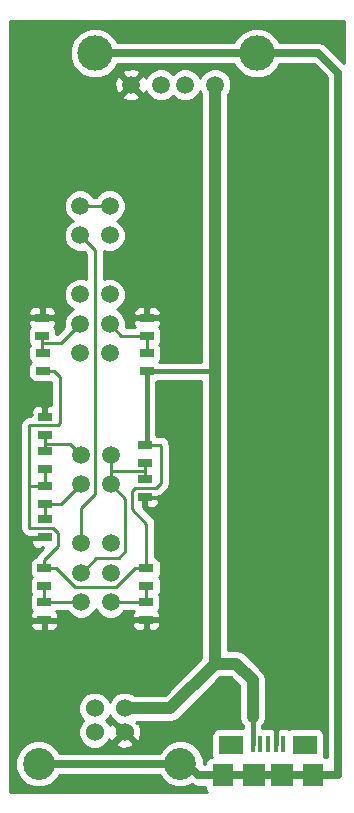
<source format=gtl>
%FSLAX34Y34*%
G04 Gerber Fmt 3.4, Leading zero omitted, Abs format*
G04 (created by PCBNEW (2013-11-28 BZR 4510)-product) date Sat 18 Jan 2014 11:30:59 AM EST*
%MOIN*%
G01*
G70*
G90*
G04 APERTURE LIST*
%ADD10C,0.005906*%
%ADD11R,0.074700X0.074700*%
%ADD12R,0.074800X0.074700*%
%ADD13R,0.070700X0.074700*%
%ADD14R,0.082500X0.062900*%
%ADD15R,0.015700X0.053000*%
%ADD16C,0.060000*%
%ADD17C,0.106300*%
%ADD18C,0.059100*%
%ADD19C,0.118100*%
%ADD20C,0.059055*%
%ADD21R,0.045000X0.025000*%
%ADD22C,0.010000*%
%ADD23C,0.015000*%
%ADD24C,0.025000*%
%ADD25C,0.040000*%
G04 APERTURE END LIST*
G54D10*
G54D11*
X61648Y-50270D03*
G54D12*
X62592Y-50270D03*
G54D13*
X63616Y-50270D03*
G54D14*
X60900Y-49266D03*
G54D15*
X61609Y-49216D03*
X61865Y-49216D03*
X62120Y-49216D03*
X62375Y-49216D03*
X62631Y-49216D03*
G54D14*
X63340Y-49266D03*
G54D13*
X60624Y-50270D03*
G54D16*
X57340Y-48040D03*
X56340Y-48040D03*
X56340Y-48827D03*
X57340Y-48827D03*
G54D17*
X59202Y-49890D03*
X54478Y-49890D03*
G54D18*
X57550Y-27250D03*
X58550Y-27250D03*
X59350Y-27250D03*
X60350Y-27250D03*
G54D19*
X56350Y-26200D03*
X61750Y-26200D03*
G54D20*
X56875Y-42530D03*
X55894Y-42530D03*
X56875Y-43514D03*
X55894Y-43514D03*
X56875Y-44498D03*
X55894Y-44498D03*
X56875Y-40561D03*
X55894Y-40561D03*
X56875Y-39577D03*
X55894Y-39577D03*
G54D21*
X58030Y-39250D03*
X58030Y-39850D03*
X58020Y-40390D03*
X58020Y-40990D03*
X54680Y-40620D03*
X54680Y-41220D03*
X54680Y-41740D03*
X54680Y-42340D03*
X54680Y-40070D03*
X54680Y-39470D03*
X54680Y-38910D03*
X54680Y-38310D03*
X58070Y-43370D03*
X58070Y-43970D03*
X58060Y-44490D03*
X58060Y-45090D03*
X54660Y-43350D03*
X54660Y-43950D03*
X54660Y-44500D03*
X54660Y-45100D03*
X58075Y-36805D03*
X58075Y-36205D03*
X58085Y-35615D03*
X58085Y-35015D03*
X54610Y-36800D03*
X54610Y-36200D03*
X54590Y-35610D03*
X54590Y-35010D03*
G54D20*
X56840Y-34240D03*
X55859Y-34240D03*
X56840Y-35224D03*
X55859Y-35224D03*
X56840Y-36208D03*
X55859Y-36208D03*
X56840Y-32271D03*
X55859Y-32271D03*
X56840Y-31287D03*
X55859Y-31287D03*
G54D22*
X54680Y-41220D02*
X55236Y-41220D01*
X55236Y-41220D02*
X55894Y-40561D01*
X54680Y-41220D02*
X54680Y-41740D01*
X55894Y-43514D02*
X55915Y-43514D01*
X57370Y-41056D02*
X56875Y-40561D01*
X57370Y-42800D02*
X57370Y-41056D01*
X57140Y-43030D02*
X57370Y-42800D01*
X56400Y-43030D02*
X57140Y-43030D01*
X55915Y-43514D02*
X56400Y-43030D01*
X58030Y-40120D02*
X56875Y-40120D01*
X56875Y-39577D02*
X56875Y-40120D01*
X56875Y-40120D02*
X56875Y-40561D01*
X58030Y-39850D02*
X58030Y-40120D01*
X58030Y-40120D02*
X58030Y-40380D01*
X58030Y-40380D02*
X58020Y-40390D01*
X55894Y-44498D02*
X54661Y-44498D01*
X54661Y-44498D02*
X54660Y-44500D01*
X54660Y-44500D02*
X54660Y-43950D01*
X54680Y-39210D02*
X55527Y-39210D01*
X55527Y-39210D02*
X55894Y-39577D01*
X54680Y-38910D02*
X54680Y-39210D01*
X54680Y-39210D02*
X54680Y-39470D01*
X58060Y-44490D02*
X56883Y-44490D01*
X56883Y-44490D02*
X56875Y-44498D01*
X58070Y-43970D02*
X58070Y-44480D01*
X58070Y-44480D02*
X58060Y-44490D01*
X55894Y-42530D02*
X55894Y-41365D01*
X56360Y-32771D02*
X55859Y-32271D01*
X56360Y-40900D02*
X56360Y-32771D01*
X55894Y-41365D02*
X56360Y-40900D01*
X55859Y-31287D02*
X56840Y-31287D01*
G54D23*
X62375Y-49216D02*
X62375Y-48505D01*
X62375Y-48505D02*
X62370Y-48500D01*
G54D24*
X63616Y-50270D02*
X64460Y-50270D01*
X63800Y-26200D02*
X56350Y-26200D01*
X64450Y-26850D02*
X63800Y-26200D01*
X64450Y-50260D02*
X64450Y-26850D01*
X64460Y-50270D02*
X64450Y-50260D01*
X60624Y-50270D02*
X61648Y-50270D01*
X61648Y-50270D02*
X62592Y-50270D01*
X62592Y-50270D02*
X63616Y-50270D01*
X59202Y-49890D02*
X59420Y-49890D01*
X59800Y-50270D02*
X60624Y-50270D01*
X59420Y-49890D02*
X59800Y-50270D01*
X54478Y-49890D02*
X59202Y-49890D01*
G54D22*
X54590Y-35870D02*
X55214Y-35870D01*
X55214Y-35870D02*
X55859Y-35224D01*
X54590Y-35610D02*
X54590Y-35870D01*
X54590Y-35870D02*
X54590Y-35920D01*
X54590Y-35920D02*
X54590Y-36180D01*
X54590Y-36180D02*
X54610Y-36200D01*
X58085Y-35615D02*
X57230Y-35615D01*
X57230Y-35615D02*
X56840Y-35224D01*
X58085Y-35615D02*
X58085Y-35930D01*
X58085Y-35930D02*
X58085Y-36195D01*
X58085Y-36195D02*
X58075Y-36205D01*
G54D23*
X58075Y-36805D02*
X60350Y-36805D01*
X60240Y-36800D02*
X60350Y-36800D01*
X60345Y-36800D02*
X60240Y-36800D01*
X60350Y-36805D02*
X60345Y-36800D01*
X61609Y-49216D02*
X61609Y-48331D01*
G54D25*
X61060Y-46550D02*
X61610Y-47100D01*
X61610Y-47100D02*
X61610Y-48330D01*
X61060Y-46550D02*
X60350Y-46550D01*
G54D23*
X61609Y-48331D02*
X61610Y-48330D01*
G54D25*
X57340Y-48040D02*
X58860Y-48040D01*
X60350Y-46550D02*
X60350Y-36800D01*
X60350Y-36800D02*
X60350Y-27250D01*
X58860Y-48040D02*
X60350Y-46550D01*
G54D22*
X54660Y-43350D02*
X54660Y-43080D01*
X54960Y-42030D02*
X54170Y-42030D01*
X55130Y-42200D02*
X54960Y-42030D01*
X55130Y-42610D02*
X55130Y-42200D01*
X54660Y-43080D02*
X55130Y-42610D01*
X54170Y-38600D02*
X55120Y-38600D01*
X54980Y-36800D02*
X54610Y-36800D01*
X55180Y-37000D02*
X54980Y-36800D01*
X55180Y-38540D02*
X55180Y-37000D01*
X55120Y-38600D02*
X55180Y-38540D01*
X58070Y-43370D02*
X58070Y-41880D01*
X58530Y-39250D02*
X58030Y-39250D01*
X58560Y-39280D02*
X58530Y-39250D01*
X58560Y-40530D02*
X58560Y-39280D01*
X58400Y-40690D02*
X58560Y-40530D01*
X57700Y-40690D02*
X58400Y-40690D01*
X57590Y-40800D02*
X57700Y-40690D01*
X57590Y-41400D02*
X57590Y-40800D01*
X58070Y-41880D02*
X57590Y-41400D01*
G54D23*
X58075Y-36805D02*
X58075Y-39205D01*
G54D22*
X58075Y-39205D02*
X58030Y-39250D01*
X54680Y-40620D02*
X54170Y-40620D01*
X54170Y-40620D02*
X54180Y-40620D01*
X54180Y-40620D02*
X54170Y-40620D01*
X54170Y-40730D02*
X54170Y-40620D01*
X54170Y-42030D02*
X54170Y-40730D01*
X54170Y-40620D02*
X54170Y-38600D01*
X54680Y-40070D02*
X54680Y-40620D01*
X58070Y-43370D02*
X57680Y-43370D01*
X55040Y-43350D02*
X54660Y-43350D01*
X55680Y-43990D02*
X55040Y-43350D01*
X57060Y-43990D02*
X55680Y-43990D01*
X57680Y-43370D02*
X57060Y-43990D01*
G54D10*
G36*
X64660Y-26529D02*
X64065Y-25934D01*
X63943Y-25853D01*
X63800Y-25825D01*
X62504Y-25825D01*
X62462Y-25724D01*
X62226Y-25487D01*
X61917Y-25359D01*
X61583Y-25359D01*
X61274Y-25487D01*
X61037Y-25723D01*
X60995Y-25825D01*
X57104Y-25825D01*
X57062Y-25724D01*
X56826Y-25487D01*
X56517Y-25359D01*
X56183Y-25359D01*
X55874Y-25487D01*
X55637Y-25723D01*
X55509Y-26032D01*
X55509Y-26366D01*
X55637Y-26675D01*
X55873Y-26912D01*
X56182Y-27040D01*
X56516Y-27040D01*
X56825Y-26912D01*
X57062Y-26676D01*
X57104Y-26575D01*
X60995Y-26575D01*
X61037Y-26675D01*
X61273Y-26912D01*
X61582Y-27040D01*
X61916Y-27040D01*
X62225Y-26912D01*
X62462Y-26676D01*
X62504Y-26575D01*
X63644Y-26575D01*
X64075Y-27005D01*
X64075Y-49669D01*
X64019Y-49646D01*
X63995Y-49646D01*
X64002Y-49630D01*
X64002Y-49530D01*
X64002Y-48901D01*
X63964Y-48809D01*
X63894Y-48739D01*
X63802Y-48701D01*
X63702Y-48701D01*
X62877Y-48701D01*
X62819Y-48725D01*
X62759Y-48701D01*
X62659Y-48701D01*
X62503Y-48701D01*
X62502Y-48701D01*
X62476Y-48701D01*
X62458Y-48719D01*
X62410Y-48739D01*
X62375Y-48774D01*
X62340Y-48739D01*
X62290Y-48718D01*
X62273Y-48701D01*
X62248Y-48701D01*
X62246Y-48701D01*
X62148Y-48701D01*
X61993Y-48701D01*
X61991Y-48701D01*
X61934Y-48701D01*
X61934Y-48639D01*
X62025Y-48502D01*
X62060Y-48330D01*
X62060Y-47100D01*
X62025Y-46927D01*
X61928Y-46781D01*
X61378Y-46231D01*
X61232Y-46134D01*
X61060Y-46100D01*
X60800Y-46100D01*
X60800Y-36800D01*
X60800Y-27571D01*
X60812Y-27559D01*
X60895Y-27358D01*
X60895Y-27141D01*
X60812Y-26941D01*
X60659Y-26787D01*
X60458Y-26704D01*
X60241Y-26704D01*
X60041Y-26787D01*
X59887Y-26940D01*
X59850Y-27031D01*
X59812Y-26941D01*
X59659Y-26787D01*
X59458Y-26704D01*
X59241Y-26704D01*
X59041Y-26787D01*
X58949Y-26878D01*
X58859Y-26787D01*
X58658Y-26704D01*
X58441Y-26704D01*
X58241Y-26787D01*
X58087Y-26940D01*
X58052Y-27025D01*
X58027Y-26964D01*
X57932Y-26938D01*
X57861Y-27008D01*
X57861Y-26867D01*
X57835Y-26772D01*
X57630Y-26699D01*
X57413Y-26710D01*
X57264Y-26772D01*
X57238Y-26867D01*
X57550Y-27179D01*
X57861Y-26867D01*
X57861Y-27008D01*
X57620Y-27250D01*
X57932Y-27561D01*
X58027Y-27535D01*
X58050Y-27470D01*
X58087Y-27558D01*
X58240Y-27712D01*
X58441Y-27795D01*
X58658Y-27795D01*
X58858Y-27712D01*
X58950Y-27621D01*
X59040Y-27712D01*
X59241Y-27795D01*
X59458Y-27795D01*
X59658Y-27712D01*
X59812Y-27559D01*
X59849Y-27468D01*
X59887Y-27558D01*
X59900Y-27571D01*
X59900Y-36480D01*
X58503Y-36480D01*
X58511Y-36471D01*
X58550Y-36379D01*
X58550Y-36280D01*
X58550Y-36030D01*
X58511Y-35938D01*
X58488Y-35915D01*
X58521Y-35881D01*
X58560Y-35789D01*
X58560Y-35690D01*
X58560Y-35440D01*
X58521Y-35348D01*
X58488Y-35315D01*
X58521Y-35281D01*
X58560Y-35189D01*
X58560Y-35127D01*
X58560Y-34902D01*
X58560Y-34840D01*
X58521Y-34748D01*
X58451Y-34678D01*
X58359Y-34640D01*
X58260Y-34640D01*
X58197Y-34640D01*
X58135Y-34702D01*
X58135Y-34965D01*
X58497Y-34965D01*
X58560Y-34902D01*
X58560Y-35127D01*
X58497Y-35065D01*
X58135Y-35065D01*
X58135Y-35072D01*
X58035Y-35072D01*
X58035Y-35065D01*
X58035Y-34965D01*
X58035Y-34702D01*
X57972Y-34640D01*
X57909Y-34640D01*
X57861Y-34640D01*
X57861Y-27632D01*
X57550Y-27320D01*
X57479Y-27391D01*
X57479Y-27250D01*
X57167Y-26938D01*
X57072Y-26964D01*
X56999Y-27169D01*
X57010Y-27386D01*
X57072Y-27535D01*
X57167Y-27561D01*
X57479Y-27250D01*
X57479Y-27391D01*
X57238Y-27632D01*
X57264Y-27727D01*
X57469Y-27800D01*
X57686Y-27789D01*
X57835Y-27727D01*
X57861Y-27632D01*
X57861Y-34640D01*
X57810Y-34640D01*
X57718Y-34678D01*
X57648Y-34748D01*
X57610Y-34840D01*
X57610Y-34902D01*
X57672Y-34965D01*
X58035Y-34965D01*
X58035Y-35065D01*
X57672Y-35065D01*
X57610Y-35127D01*
X57610Y-35189D01*
X57648Y-35281D01*
X57681Y-35314D01*
X57681Y-35315D01*
X57385Y-35315D01*
X57385Y-35116D01*
X57302Y-34915D01*
X57149Y-34762D01*
X57076Y-34732D01*
X57148Y-34702D01*
X57302Y-34549D01*
X57385Y-34348D01*
X57385Y-34132D01*
X57302Y-33931D01*
X57149Y-33778D01*
X56949Y-33694D01*
X56732Y-33694D01*
X56660Y-33724D01*
X56660Y-32787D01*
X56731Y-32816D01*
X56948Y-32816D01*
X57148Y-32734D01*
X57302Y-32580D01*
X57385Y-32380D01*
X57385Y-32163D01*
X57302Y-31963D01*
X57149Y-31809D01*
X57076Y-31779D01*
X57148Y-31749D01*
X57302Y-31596D01*
X57385Y-31396D01*
X57385Y-31179D01*
X57302Y-30978D01*
X57149Y-30825D01*
X56949Y-30742D01*
X56732Y-30741D01*
X56531Y-30824D01*
X56378Y-30977D01*
X56374Y-30987D01*
X56325Y-30987D01*
X56322Y-30978D01*
X56169Y-30825D01*
X55968Y-30742D01*
X55751Y-30741D01*
X55551Y-30824D01*
X55397Y-30977D01*
X55314Y-31178D01*
X55314Y-31395D01*
X55397Y-31595D01*
X55550Y-31749D01*
X55623Y-31779D01*
X55551Y-31808D01*
X55397Y-31962D01*
X55314Y-32162D01*
X55314Y-32379D01*
X55397Y-32579D01*
X55550Y-32733D01*
X55750Y-32816D01*
X55967Y-32816D01*
X55977Y-32813D01*
X56060Y-32895D01*
X56060Y-33732D01*
X55968Y-33694D01*
X55751Y-33694D01*
X55551Y-33777D01*
X55397Y-33930D01*
X55314Y-34131D01*
X55314Y-34347D01*
X55397Y-34548D01*
X55550Y-34701D01*
X55623Y-34732D01*
X55551Y-34761D01*
X55397Y-34914D01*
X55314Y-35115D01*
X55314Y-35332D01*
X55318Y-35341D01*
X55089Y-35570D01*
X55065Y-35570D01*
X55065Y-35435D01*
X55026Y-35343D01*
X54993Y-35310D01*
X55026Y-35276D01*
X55065Y-35184D01*
X55065Y-35122D01*
X55065Y-34897D01*
X55065Y-34835D01*
X55026Y-34743D01*
X54956Y-34673D01*
X54864Y-34635D01*
X54765Y-34635D01*
X54702Y-34635D01*
X54640Y-34697D01*
X54640Y-34960D01*
X55002Y-34960D01*
X55065Y-34897D01*
X55065Y-35122D01*
X55002Y-35060D01*
X54640Y-35060D01*
X54640Y-35067D01*
X54540Y-35067D01*
X54540Y-35060D01*
X54540Y-34960D01*
X54540Y-34697D01*
X54477Y-34635D01*
X54414Y-34635D01*
X54315Y-34635D01*
X54223Y-34673D01*
X54153Y-34743D01*
X54115Y-34835D01*
X54115Y-34897D01*
X54177Y-34960D01*
X54540Y-34960D01*
X54540Y-35060D01*
X54177Y-35060D01*
X54115Y-35122D01*
X54115Y-35184D01*
X54153Y-35276D01*
X54186Y-35309D01*
X54153Y-35343D01*
X54115Y-35435D01*
X54115Y-35534D01*
X54115Y-35784D01*
X54153Y-35876D01*
X54191Y-35914D01*
X54173Y-35933D01*
X54135Y-36025D01*
X54135Y-36124D01*
X54135Y-36374D01*
X54173Y-36466D01*
X54206Y-36499D01*
X54173Y-36533D01*
X54135Y-36625D01*
X54135Y-36724D01*
X54135Y-36974D01*
X54173Y-37066D01*
X54243Y-37136D01*
X54335Y-37175D01*
X54434Y-37175D01*
X54880Y-37175D01*
X54880Y-37935D01*
X54855Y-37935D01*
X54792Y-37935D01*
X54730Y-37997D01*
X54730Y-38260D01*
X54737Y-38260D01*
X54737Y-38300D01*
X54630Y-38300D01*
X54622Y-38300D01*
X54622Y-38260D01*
X54630Y-38260D01*
X54630Y-37997D01*
X54567Y-37935D01*
X54504Y-37935D01*
X54405Y-37935D01*
X54313Y-37973D01*
X54243Y-38043D01*
X54205Y-38135D01*
X54205Y-38197D01*
X54267Y-38259D01*
X54205Y-38259D01*
X54205Y-38300D01*
X54170Y-38300D01*
X54055Y-38322D01*
X53957Y-38387D01*
X53892Y-38485D01*
X53870Y-38600D01*
X53870Y-40620D01*
X53870Y-40730D01*
X53870Y-42030D01*
X53892Y-42144D01*
X53957Y-42242D01*
X54055Y-42307D01*
X54170Y-42330D01*
X54737Y-42330D01*
X54737Y-42390D01*
X54730Y-42390D01*
X54730Y-42397D01*
X54630Y-42397D01*
X54630Y-42390D01*
X54267Y-42390D01*
X54205Y-42452D01*
X54205Y-42514D01*
X54243Y-42606D01*
X54313Y-42676D01*
X54405Y-42715D01*
X54504Y-42715D01*
X54567Y-42715D01*
X54629Y-42652D01*
X54629Y-42685D01*
X54447Y-42867D01*
X54382Y-42965D01*
X54380Y-42976D01*
X54293Y-43013D01*
X54223Y-43083D01*
X54185Y-43175D01*
X54185Y-43274D01*
X54185Y-43524D01*
X54223Y-43616D01*
X54256Y-43649D01*
X54223Y-43683D01*
X54185Y-43775D01*
X54185Y-43874D01*
X54185Y-44124D01*
X54223Y-44216D01*
X54231Y-44224D01*
X54223Y-44233D01*
X54185Y-44325D01*
X54185Y-44424D01*
X54185Y-44674D01*
X54223Y-44766D01*
X54256Y-44800D01*
X54223Y-44833D01*
X54185Y-44925D01*
X54185Y-44987D01*
X54247Y-45050D01*
X54610Y-45050D01*
X54610Y-45042D01*
X54710Y-45042D01*
X54710Y-45050D01*
X55072Y-45050D01*
X55135Y-44987D01*
X55135Y-44925D01*
X55096Y-44833D01*
X55063Y-44800D01*
X55065Y-44798D01*
X55428Y-44798D01*
X55432Y-44806D01*
X55585Y-44960D01*
X55785Y-45043D01*
X56002Y-45043D01*
X56203Y-44961D01*
X56356Y-44807D01*
X56384Y-44740D01*
X56412Y-44806D01*
X56565Y-44960D01*
X56766Y-45043D01*
X56983Y-45043D01*
X57183Y-44961D01*
X57337Y-44807D01*
X57344Y-44790D01*
X57656Y-44790D01*
X57623Y-44823D01*
X57585Y-44915D01*
X57585Y-44977D01*
X57647Y-45040D01*
X58010Y-45040D01*
X58010Y-45032D01*
X58110Y-45032D01*
X58110Y-45040D01*
X58472Y-45040D01*
X58535Y-44977D01*
X58535Y-44915D01*
X58496Y-44823D01*
X58463Y-44790D01*
X58496Y-44756D01*
X58535Y-44664D01*
X58535Y-44565D01*
X58535Y-44315D01*
X58503Y-44239D01*
X58506Y-44236D01*
X58545Y-44144D01*
X58545Y-44045D01*
X58545Y-43795D01*
X58506Y-43703D01*
X58473Y-43670D01*
X58506Y-43636D01*
X58545Y-43544D01*
X58545Y-43445D01*
X58545Y-43195D01*
X58506Y-43103D01*
X58495Y-43091D01*
X58495Y-41164D01*
X58495Y-41102D01*
X58432Y-41040D01*
X58070Y-41040D01*
X58070Y-41302D01*
X58132Y-41365D01*
X58195Y-41365D01*
X58294Y-41365D01*
X58386Y-41326D01*
X58456Y-41256D01*
X58495Y-41164D01*
X58495Y-43091D01*
X58436Y-43033D01*
X58370Y-43005D01*
X58370Y-41880D01*
X58347Y-41765D01*
X58282Y-41667D01*
X57943Y-41329D01*
X57970Y-41302D01*
X57970Y-41040D01*
X57962Y-41040D01*
X57962Y-40990D01*
X58400Y-40990D01*
X58400Y-40989D01*
X58514Y-40967D01*
X58514Y-40967D01*
X58612Y-40902D01*
X58772Y-40742D01*
X58772Y-40742D01*
X58837Y-40644D01*
X58859Y-40530D01*
X58860Y-40530D01*
X58860Y-39280D01*
X58837Y-39165D01*
X58772Y-39067D01*
X58742Y-39037D01*
X58644Y-38972D01*
X58530Y-38950D01*
X58433Y-38950D01*
X58400Y-38916D01*
X58400Y-37159D01*
X58441Y-37141D01*
X58453Y-37130D01*
X59900Y-37130D01*
X59900Y-46363D01*
X58673Y-47590D01*
X58535Y-47590D01*
X58535Y-45264D01*
X58535Y-45202D01*
X58472Y-45140D01*
X58110Y-45140D01*
X58110Y-45402D01*
X58172Y-45465D01*
X58235Y-45465D01*
X58334Y-45465D01*
X58426Y-45426D01*
X58496Y-45356D01*
X58535Y-45264D01*
X58535Y-47590D01*
X58010Y-47590D01*
X58010Y-45402D01*
X58010Y-45140D01*
X57647Y-45140D01*
X57585Y-45202D01*
X57585Y-45264D01*
X57623Y-45356D01*
X57693Y-45426D01*
X57785Y-45465D01*
X57884Y-45465D01*
X57947Y-45465D01*
X58010Y-45402D01*
X58010Y-47590D01*
X57667Y-47590D01*
X57651Y-47574D01*
X57449Y-47490D01*
X57231Y-47489D01*
X57028Y-47573D01*
X56874Y-47728D01*
X56840Y-47809D01*
X56806Y-47728D01*
X56651Y-47574D01*
X56449Y-47490D01*
X56231Y-47489D01*
X56028Y-47573D01*
X55874Y-47728D01*
X55790Y-47930D01*
X55789Y-48148D01*
X55873Y-48351D01*
X55955Y-48433D01*
X55874Y-48515D01*
X55790Y-48717D01*
X55789Y-48935D01*
X55873Y-49138D01*
X56028Y-49292D01*
X56230Y-49376D01*
X56448Y-49377D01*
X56651Y-49293D01*
X56805Y-49138D01*
X56837Y-49063D01*
X56858Y-49114D01*
X56954Y-49142D01*
X57269Y-48827D01*
X56954Y-48511D01*
X56858Y-48539D01*
X56839Y-48594D01*
X56806Y-48515D01*
X56724Y-48433D01*
X56805Y-48351D01*
X56839Y-48270D01*
X56873Y-48351D01*
X57028Y-48505D01*
X57133Y-48549D01*
X57340Y-48756D01*
X57345Y-48750D01*
X57416Y-48821D01*
X57410Y-48827D01*
X57725Y-49142D01*
X57821Y-49114D01*
X57894Y-48908D01*
X57883Y-48690D01*
X57821Y-48539D01*
X57725Y-48511D01*
X57747Y-48490D01*
X58860Y-48490D01*
X59032Y-48455D01*
X59178Y-48358D01*
X60536Y-47000D01*
X60873Y-47000D01*
X61160Y-47286D01*
X61160Y-48330D01*
X61194Y-48502D01*
X61284Y-48636D01*
X61284Y-48701D01*
X61262Y-48701D01*
X60437Y-48701D01*
X60345Y-48739D01*
X60275Y-48809D01*
X60237Y-48901D01*
X60237Y-49001D01*
X60237Y-49630D01*
X60244Y-49646D01*
X60220Y-49646D01*
X60128Y-49684D01*
X60058Y-49754D01*
X60020Y-49846D01*
X60020Y-49895D01*
X59983Y-49895D01*
X59983Y-49735D01*
X59864Y-49447D01*
X59645Y-49227D01*
X59358Y-49108D01*
X59047Y-49108D01*
X58759Y-49227D01*
X58539Y-49446D01*
X58511Y-49515D01*
X57894Y-49515D01*
X57655Y-49515D01*
X57655Y-49212D01*
X57340Y-48897D01*
X57024Y-49212D01*
X57052Y-49308D01*
X57258Y-49381D01*
X57476Y-49370D01*
X57627Y-49308D01*
X57655Y-49212D01*
X57655Y-49515D01*
X55168Y-49515D01*
X55140Y-49447D01*
X55135Y-49441D01*
X55135Y-45274D01*
X55135Y-45212D01*
X55072Y-45150D01*
X54710Y-45150D01*
X54710Y-45412D01*
X54772Y-45475D01*
X54835Y-45475D01*
X54934Y-45475D01*
X55026Y-45436D01*
X55096Y-45366D01*
X55135Y-45274D01*
X55135Y-49441D01*
X54921Y-49227D01*
X54634Y-49108D01*
X54610Y-49108D01*
X54610Y-45412D01*
X54610Y-45150D01*
X54247Y-45150D01*
X54185Y-45212D01*
X54185Y-45274D01*
X54223Y-45366D01*
X54293Y-45436D01*
X54385Y-45475D01*
X54484Y-45475D01*
X54547Y-45475D01*
X54610Y-45412D01*
X54610Y-49108D01*
X54323Y-49108D01*
X54035Y-49227D01*
X53815Y-49446D01*
X53696Y-49733D01*
X53696Y-50044D01*
X53815Y-50332D01*
X54034Y-50552D01*
X54321Y-50671D01*
X54632Y-50671D01*
X54920Y-50552D01*
X55140Y-50333D01*
X55168Y-50265D01*
X58511Y-50265D01*
X58539Y-50332D01*
X58758Y-50552D01*
X59045Y-50671D01*
X59356Y-50671D01*
X59592Y-50574D01*
X59656Y-50616D01*
X59800Y-50645D01*
X60020Y-50645D01*
X60020Y-50693D01*
X60058Y-50785D01*
X60103Y-50830D01*
X53519Y-50830D01*
X53519Y-25119D01*
X63350Y-25119D01*
X64660Y-25119D01*
X64660Y-26529D01*
X64660Y-26529D01*
G37*
G54D22*
X64660Y-26529D02*
X64065Y-25934D01*
X63943Y-25853D01*
X63800Y-25825D01*
X62504Y-25825D01*
X62462Y-25724D01*
X62226Y-25487D01*
X61917Y-25359D01*
X61583Y-25359D01*
X61274Y-25487D01*
X61037Y-25723D01*
X60995Y-25825D01*
X57104Y-25825D01*
X57062Y-25724D01*
X56826Y-25487D01*
X56517Y-25359D01*
X56183Y-25359D01*
X55874Y-25487D01*
X55637Y-25723D01*
X55509Y-26032D01*
X55509Y-26366D01*
X55637Y-26675D01*
X55873Y-26912D01*
X56182Y-27040D01*
X56516Y-27040D01*
X56825Y-26912D01*
X57062Y-26676D01*
X57104Y-26575D01*
X60995Y-26575D01*
X61037Y-26675D01*
X61273Y-26912D01*
X61582Y-27040D01*
X61916Y-27040D01*
X62225Y-26912D01*
X62462Y-26676D01*
X62504Y-26575D01*
X63644Y-26575D01*
X64075Y-27005D01*
X64075Y-49669D01*
X64019Y-49646D01*
X63995Y-49646D01*
X64002Y-49630D01*
X64002Y-49530D01*
X64002Y-48901D01*
X63964Y-48809D01*
X63894Y-48739D01*
X63802Y-48701D01*
X63702Y-48701D01*
X62877Y-48701D01*
X62819Y-48725D01*
X62759Y-48701D01*
X62659Y-48701D01*
X62503Y-48701D01*
X62502Y-48701D01*
X62476Y-48701D01*
X62458Y-48719D01*
X62410Y-48739D01*
X62375Y-48774D01*
X62340Y-48739D01*
X62290Y-48718D01*
X62273Y-48701D01*
X62248Y-48701D01*
X62246Y-48701D01*
X62148Y-48701D01*
X61993Y-48701D01*
X61991Y-48701D01*
X61934Y-48701D01*
X61934Y-48639D01*
X62025Y-48502D01*
X62060Y-48330D01*
X62060Y-47100D01*
X62025Y-46927D01*
X61928Y-46781D01*
X61378Y-46231D01*
X61232Y-46134D01*
X61060Y-46100D01*
X60800Y-46100D01*
X60800Y-36800D01*
X60800Y-27571D01*
X60812Y-27559D01*
X60895Y-27358D01*
X60895Y-27141D01*
X60812Y-26941D01*
X60659Y-26787D01*
X60458Y-26704D01*
X60241Y-26704D01*
X60041Y-26787D01*
X59887Y-26940D01*
X59850Y-27031D01*
X59812Y-26941D01*
X59659Y-26787D01*
X59458Y-26704D01*
X59241Y-26704D01*
X59041Y-26787D01*
X58949Y-26878D01*
X58859Y-26787D01*
X58658Y-26704D01*
X58441Y-26704D01*
X58241Y-26787D01*
X58087Y-26940D01*
X58052Y-27025D01*
X58027Y-26964D01*
X57932Y-26938D01*
X57861Y-27008D01*
X57861Y-26867D01*
X57835Y-26772D01*
X57630Y-26699D01*
X57413Y-26710D01*
X57264Y-26772D01*
X57238Y-26867D01*
X57550Y-27179D01*
X57861Y-26867D01*
X57861Y-27008D01*
X57620Y-27250D01*
X57932Y-27561D01*
X58027Y-27535D01*
X58050Y-27470D01*
X58087Y-27558D01*
X58240Y-27712D01*
X58441Y-27795D01*
X58658Y-27795D01*
X58858Y-27712D01*
X58950Y-27621D01*
X59040Y-27712D01*
X59241Y-27795D01*
X59458Y-27795D01*
X59658Y-27712D01*
X59812Y-27559D01*
X59849Y-27468D01*
X59887Y-27558D01*
X59900Y-27571D01*
X59900Y-36480D01*
X58503Y-36480D01*
X58511Y-36471D01*
X58550Y-36379D01*
X58550Y-36280D01*
X58550Y-36030D01*
X58511Y-35938D01*
X58488Y-35915D01*
X58521Y-35881D01*
X58560Y-35789D01*
X58560Y-35690D01*
X58560Y-35440D01*
X58521Y-35348D01*
X58488Y-35315D01*
X58521Y-35281D01*
X58560Y-35189D01*
X58560Y-35127D01*
X58560Y-34902D01*
X58560Y-34840D01*
X58521Y-34748D01*
X58451Y-34678D01*
X58359Y-34640D01*
X58260Y-34640D01*
X58197Y-34640D01*
X58135Y-34702D01*
X58135Y-34965D01*
X58497Y-34965D01*
X58560Y-34902D01*
X58560Y-35127D01*
X58497Y-35065D01*
X58135Y-35065D01*
X58135Y-35072D01*
X58035Y-35072D01*
X58035Y-35065D01*
X58035Y-34965D01*
X58035Y-34702D01*
X57972Y-34640D01*
X57909Y-34640D01*
X57861Y-34640D01*
X57861Y-27632D01*
X57550Y-27320D01*
X57479Y-27391D01*
X57479Y-27250D01*
X57167Y-26938D01*
X57072Y-26964D01*
X56999Y-27169D01*
X57010Y-27386D01*
X57072Y-27535D01*
X57167Y-27561D01*
X57479Y-27250D01*
X57479Y-27391D01*
X57238Y-27632D01*
X57264Y-27727D01*
X57469Y-27800D01*
X57686Y-27789D01*
X57835Y-27727D01*
X57861Y-27632D01*
X57861Y-34640D01*
X57810Y-34640D01*
X57718Y-34678D01*
X57648Y-34748D01*
X57610Y-34840D01*
X57610Y-34902D01*
X57672Y-34965D01*
X58035Y-34965D01*
X58035Y-35065D01*
X57672Y-35065D01*
X57610Y-35127D01*
X57610Y-35189D01*
X57648Y-35281D01*
X57681Y-35314D01*
X57681Y-35315D01*
X57385Y-35315D01*
X57385Y-35116D01*
X57302Y-34915D01*
X57149Y-34762D01*
X57076Y-34732D01*
X57148Y-34702D01*
X57302Y-34549D01*
X57385Y-34348D01*
X57385Y-34132D01*
X57302Y-33931D01*
X57149Y-33778D01*
X56949Y-33694D01*
X56732Y-33694D01*
X56660Y-33724D01*
X56660Y-32787D01*
X56731Y-32816D01*
X56948Y-32816D01*
X57148Y-32734D01*
X57302Y-32580D01*
X57385Y-32380D01*
X57385Y-32163D01*
X57302Y-31963D01*
X57149Y-31809D01*
X57076Y-31779D01*
X57148Y-31749D01*
X57302Y-31596D01*
X57385Y-31396D01*
X57385Y-31179D01*
X57302Y-30978D01*
X57149Y-30825D01*
X56949Y-30742D01*
X56732Y-30741D01*
X56531Y-30824D01*
X56378Y-30977D01*
X56374Y-30987D01*
X56325Y-30987D01*
X56322Y-30978D01*
X56169Y-30825D01*
X55968Y-30742D01*
X55751Y-30741D01*
X55551Y-30824D01*
X55397Y-30977D01*
X55314Y-31178D01*
X55314Y-31395D01*
X55397Y-31595D01*
X55550Y-31749D01*
X55623Y-31779D01*
X55551Y-31808D01*
X55397Y-31962D01*
X55314Y-32162D01*
X55314Y-32379D01*
X55397Y-32579D01*
X55550Y-32733D01*
X55750Y-32816D01*
X55967Y-32816D01*
X55977Y-32813D01*
X56060Y-32895D01*
X56060Y-33732D01*
X55968Y-33694D01*
X55751Y-33694D01*
X55551Y-33777D01*
X55397Y-33930D01*
X55314Y-34131D01*
X55314Y-34347D01*
X55397Y-34548D01*
X55550Y-34701D01*
X55623Y-34732D01*
X55551Y-34761D01*
X55397Y-34914D01*
X55314Y-35115D01*
X55314Y-35332D01*
X55318Y-35341D01*
X55089Y-35570D01*
X55065Y-35570D01*
X55065Y-35435D01*
X55026Y-35343D01*
X54993Y-35310D01*
X55026Y-35276D01*
X55065Y-35184D01*
X55065Y-35122D01*
X55065Y-34897D01*
X55065Y-34835D01*
X55026Y-34743D01*
X54956Y-34673D01*
X54864Y-34635D01*
X54765Y-34635D01*
X54702Y-34635D01*
X54640Y-34697D01*
X54640Y-34960D01*
X55002Y-34960D01*
X55065Y-34897D01*
X55065Y-35122D01*
X55002Y-35060D01*
X54640Y-35060D01*
X54640Y-35067D01*
X54540Y-35067D01*
X54540Y-35060D01*
X54540Y-34960D01*
X54540Y-34697D01*
X54477Y-34635D01*
X54414Y-34635D01*
X54315Y-34635D01*
X54223Y-34673D01*
X54153Y-34743D01*
X54115Y-34835D01*
X54115Y-34897D01*
X54177Y-34960D01*
X54540Y-34960D01*
X54540Y-35060D01*
X54177Y-35060D01*
X54115Y-35122D01*
X54115Y-35184D01*
X54153Y-35276D01*
X54186Y-35309D01*
X54153Y-35343D01*
X54115Y-35435D01*
X54115Y-35534D01*
X54115Y-35784D01*
X54153Y-35876D01*
X54191Y-35914D01*
X54173Y-35933D01*
X54135Y-36025D01*
X54135Y-36124D01*
X54135Y-36374D01*
X54173Y-36466D01*
X54206Y-36499D01*
X54173Y-36533D01*
X54135Y-36625D01*
X54135Y-36724D01*
X54135Y-36974D01*
X54173Y-37066D01*
X54243Y-37136D01*
X54335Y-37175D01*
X54434Y-37175D01*
X54880Y-37175D01*
X54880Y-37935D01*
X54855Y-37935D01*
X54792Y-37935D01*
X54730Y-37997D01*
X54730Y-38260D01*
X54737Y-38260D01*
X54737Y-38300D01*
X54630Y-38300D01*
X54622Y-38300D01*
X54622Y-38260D01*
X54630Y-38260D01*
X54630Y-37997D01*
X54567Y-37935D01*
X54504Y-37935D01*
X54405Y-37935D01*
X54313Y-37973D01*
X54243Y-38043D01*
X54205Y-38135D01*
X54205Y-38197D01*
X54267Y-38259D01*
X54205Y-38259D01*
X54205Y-38300D01*
X54170Y-38300D01*
X54055Y-38322D01*
X53957Y-38387D01*
X53892Y-38485D01*
X53870Y-38600D01*
X53870Y-40620D01*
X53870Y-40730D01*
X53870Y-42030D01*
X53892Y-42144D01*
X53957Y-42242D01*
X54055Y-42307D01*
X54170Y-42330D01*
X54737Y-42330D01*
X54737Y-42390D01*
X54730Y-42390D01*
X54730Y-42397D01*
X54630Y-42397D01*
X54630Y-42390D01*
X54267Y-42390D01*
X54205Y-42452D01*
X54205Y-42514D01*
X54243Y-42606D01*
X54313Y-42676D01*
X54405Y-42715D01*
X54504Y-42715D01*
X54567Y-42715D01*
X54629Y-42652D01*
X54629Y-42685D01*
X54447Y-42867D01*
X54382Y-42965D01*
X54380Y-42976D01*
X54293Y-43013D01*
X54223Y-43083D01*
X54185Y-43175D01*
X54185Y-43274D01*
X54185Y-43524D01*
X54223Y-43616D01*
X54256Y-43649D01*
X54223Y-43683D01*
X54185Y-43775D01*
X54185Y-43874D01*
X54185Y-44124D01*
X54223Y-44216D01*
X54231Y-44224D01*
X54223Y-44233D01*
X54185Y-44325D01*
X54185Y-44424D01*
X54185Y-44674D01*
X54223Y-44766D01*
X54256Y-44800D01*
X54223Y-44833D01*
X54185Y-44925D01*
X54185Y-44987D01*
X54247Y-45050D01*
X54610Y-45050D01*
X54610Y-45042D01*
X54710Y-45042D01*
X54710Y-45050D01*
X55072Y-45050D01*
X55135Y-44987D01*
X55135Y-44925D01*
X55096Y-44833D01*
X55063Y-44800D01*
X55065Y-44798D01*
X55428Y-44798D01*
X55432Y-44806D01*
X55585Y-44960D01*
X55785Y-45043D01*
X56002Y-45043D01*
X56203Y-44961D01*
X56356Y-44807D01*
X56384Y-44740D01*
X56412Y-44806D01*
X56565Y-44960D01*
X56766Y-45043D01*
X56983Y-45043D01*
X57183Y-44961D01*
X57337Y-44807D01*
X57344Y-44790D01*
X57656Y-44790D01*
X57623Y-44823D01*
X57585Y-44915D01*
X57585Y-44977D01*
X57647Y-45040D01*
X58010Y-45040D01*
X58010Y-45032D01*
X58110Y-45032D01*
X58110Y-45040D01*
X58472Y-45040D01*
X58535Y-44977D01*
X58535Y-44915D01*
X58496Y-44823D01*
X58463Y-44790D01*
X58496Y-44756D01*
X58535Y-44664D01*
X58535Y-44565D01*
X58535Y-44315D01*
X58503Y-44239D01*
X58506Y-44236D01*
X58545Y-44144D01*
X58545Y-44045D01*
X58545Y-43795D01*
X58506Y-43703D01*
X58473Y-43670D01*
X58506Y-43636D01*
X58545Y-43544D01*
X58545Y-43445D01*
X58545Y-43195D01*
X58506Y-43103D01*
X58495Y-43091D01*
X58495Y-41164D01*
X58495Y-41102D01*
X58432Y-41040D01*
X58070Y-41040D01*
X58070Y-41302D01*
X58132Y-41365D01*
X58195Y-41365D01*
X58294Y-41365D01*
X58386Y-41326D01*
X58456Y-41256D01*
X58495Y-41164D01*
X58495Y-43091D01*
X58436Y-43033D01*
X58370Y-43005D01*
X58370Y-41880D01*
X58347Y-41765D01*
X58282Y-41667D01*
X57943Y-41329D01*
X57970Y-41302D01*
X57970Y-41040D01*
X57962Y-41040D01*
X57962Y-40990D01*
X58400Y-40990D01*
X58400Y-40989D01*
X58514Y-40967D01*
X58514Y-40967D01*
X58612Y-40902D01*
X58772Y-40742D01*
X58772Y-40742D01*
X58837Y-40644D01*
X58859Y-40530D01*
X58860Y-40530D01*
X58860Y-39280D01*
X58837Y-39165D01*
X58772Y-39067D01*
X58742Y-39037D01*
X58644Y-38972D01*
X58530Y-38950D01*
X58433Y-38950D01*
X58400Y-38916D01*
X58400Y-37159D01*
X58441Y-37141D01*
X58453Y-37130D01*
X59900Y-37130D01*
X59900Y-46363D01*
X58673Y-47590D01*
X58535Y-47590D01*
X58535Y-45264D01*
X58535Y-45202D01*
X58472Y-45140D01*
X58110Y-45140D01*
X58110Y-45402D01*
X58172Y-45465D01*
X58235Y-45465D01*
X58334Y-45465D01*
X58426Y-45426D01*
X58496Y-45356D01*
X58535Y-45264D01*
X58535Y-47590D01*
X58010Y-47590D01*
X58010Y-45402D01*
X58010Y-45140D01*
X57647Y-45140D01*
X57585Y-45202D01*
X57585Y-45264D01*
X57623Y-45356D01*
X57693Y-45426D01*
X57785Y-45465D01*
X57884Y-45465D01*
X57947Y-45465D01*
X58010Y-45402D01*
X58010Y-47590D01*
X57667Y-47590D01*
X57651Y-47574D01*
X57449Y-47490D01*
X57231Y-47489D01*
X57028Y-47573D01*
X56874Y-47728D01*
X56840Y-47809D01*
X56806Y-47728D01*
X56651Y-47574D01*
X56449Y-47490D01*
X56231Y-47489D01*
X56028Y-47573D01*
X55874Y-47728D01*
X55790Y-47930D01*
X55789Y-48148D01*
X55873Y-48351D01*
X55955Y-48433D01*
X55874Y-48515D01*
X55790Y-48717D01*
X55789Y-48935D01*
X55873Y-49138D01*
X56028Y-49292D01*
X56230Y-49376D01*
X56448Y-49377D01*
X56651Y-49293D01*
X56805Y-49138D01*
X56837Y-49063D01*
X56858Y-49114D01*
X56954Y-49142D01*
X57269Y-48827D01*
X56954Y-48511D01*
X56858Y-48539D01*
X56839Y-48594D01*
X56806Y-48515D01*
X56724Y-48433D01*
X56805Y-48351D01*
X56839Y-48270D01*
X56873Y-48351D01*
X57028Y-48505D01*
X57133Y-48549D01*
X57340Y-48756D01*
X57345Y-48750D01*
X57416Y-48821D01*
X57410Y-48827D01*
X57725Y-49142D01*
X57821Y-49114D01*
X57894Y-48908D01*
X57883Y-48690D01*
X57821Y-48539D01*
X57725Y-48511D01*
X57747Y-48490D01*
X58860Y-48490D01*
X59032Y-48455D01*
X59178Y-48358D01*
X60536Y-47000D01*
X60873Y-47000D01*
X61160Y-47286D01*
X61160Y-48330D01*
X61194Y-48502D01*
X61284Y-48636D01*
X61284Y-48701D01*
X61262Y-48701D01*
X60437Y-48701D01*
X60345Y-48739D01*
X60275Y-48809D01*
X60237Y-48901D01*
X60237Y-49001D01*
X60237Y-49630D01*
X60244Y-49646D01*
X60220Y-49646D01*
X60128Y-49684D01*
X60058Y-49754D01*
X60020Y-49846D01*
X60020Y-49895D01*
X59983Y-49895D01*
X59983Y-49735D01*
X59864Y-49447D01*
X59645Y-49227D01*
X59358Y-49108D01*
X59047Y-49108D01*
X58759Y-49227D01*
X58539Y-49446D01*
X58511Y-49515D01*
X57894Y-49515D01*
X57655Y-49515D01*
X57655Y-49212D01*
X57340Y-48897D01*
X57024Y-49212D01*
X57052Y-49308D01*
X57258Y-49381D01*
X57476Y-49370D01*
X57627Y-49308D01*
X57655Y-49212D01*
X57655Y-49515D01*
X55168Y-49515D01*
X55140Y-49447D01*
X55135Y-49441D01*
X55135Y-45274D01*
X55135Y-45212D01*
X55072Y-45150D01*
X54710Y-45150D01*
X54710Y-45412D01*
X54772Y-45475D01*
X54835Y-45475D01*
X54934Y-45475D01*
X55026Y-45436D01*
X55096Y-45366D01*
X55135Y-45274D01*
X55135Y-49441D01*
X54921Y-49227D01*
X54634Y-49108D01*
X54610Y-49108D01*
X54610Y-45412D01*
X54610Y-45150D01*
X54247Y-45150D01*
X54185Y-45212D01*
X54185Y-45274D01*
X54223Y-45366D01*
X54293Y-45436D01*
X54385Y-45475D01*
X54484Y-45475D01*
X54547Y-45475D01*
X54610Y-45412D01*
X54610Y-49108D01*
X54323Y-49108D01*
X54035Y-49227D01*
X53815Y-49446D01*
X53696Y-49733D01*
X53696Y-50044D01*
X53815Y-50332D01*
X54034Y-50552D01*
X54321Y-50671D01*
X54632Y-50671D01*
X54920Y-50552D01*
X55140Y-50333D01*
X55168Y-50265D01*
X58511Y-50265D01*
X58539Y-50332D01*
X58758Y-50552D01*
X59045Y-50671D01*
X59356Y-50671D01*
X59592Y-50574D01*
X59656Y-50616D01*
X59800Y-50645D01*
X60020Y-50645D01*
X60020Y-50693D01*
X60058Y-50785D01*
X60103Y-50830D01*
X53519Y-50830D01*
X53519Y-25119D01*
X63350Y-25119D01*
X64660Y-25119D01*
X64660Y-26529D01*
M02*

</source>
